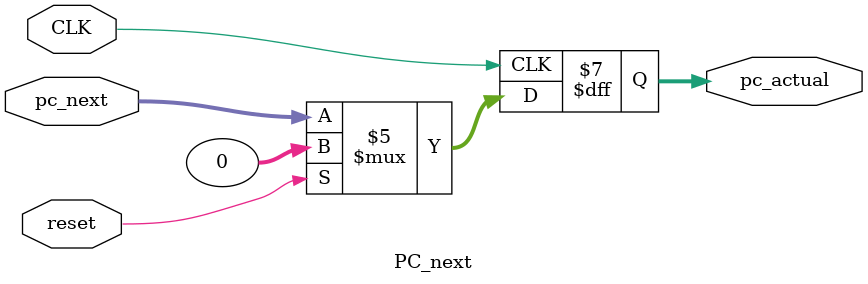
<source format=v>
`timescale 1ns / 1ps
module PC_next(
    input CLK,
	 input reset,
    input [31:0] pc_next,
    output reg [31:0] pc_actual
    );
	 
	 initial pc_actual = 0;
	 
	 always @(posedge CLK)	 
	 	if (!reset)
			pc_actual = pc_next;
		else
			pc_actual = 0;
endmodule

</source>
